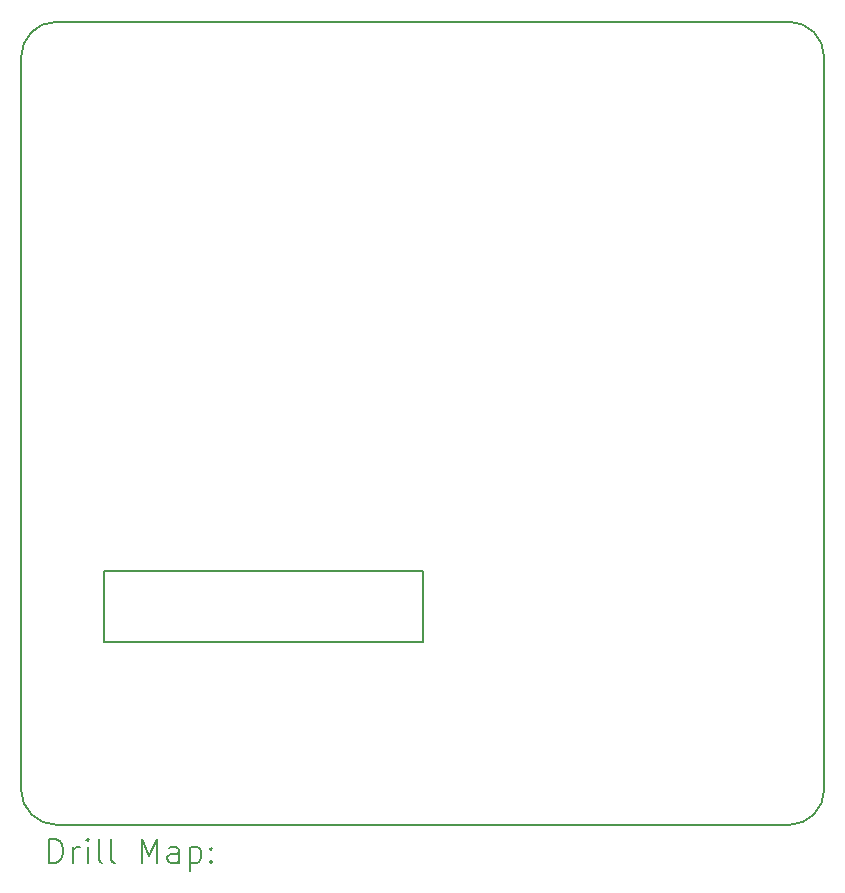
<source format=gbr>
%TF.GenerationSoftware,KiCad,Pcbnew,7.0.2-0*%
%TF.CreationDate,2023-12-02T21:39:20-08:00*%
%TF.ProjectId,RPi_interface,5250695f-696e-4746-9572-666163652e6b,1.0*%
%TF.SameCoordinates,Original*%
%TF.FileFunction,Drillmap*%
%TF.FilePolarity,Positive*%
%FSLAX45Y45*%
G04 Gerber Fmt 4.5, Leading zero omitted, Abs format (unit mm)*
G04 Created by KiCad (PCBNEW 7.0.2-0) date 2023-12-02 21:39:20*
%MOMM*%
%LPD*%
G01*
G04 APERTURE LIST*
%ADD10C,0.150000*%
%ADD11C,0.200000*%
G04 APERTURE END LIST*
D10*
X15500000Y-4500000D02*
X9300000Y-4500000D01*
X12400000Y-9750000D02*
X9700000Y-9750000D01*
X15500000Y-11300000D02*
X9300000Y-11300000D01*
X9300000Y-4500000D02*
G75*
G03*
X9000000Y-4800000I0J-300000D01*
G01*
X9000000Y-11000000D02*
G75*
G03*
X9300000Y-11300000I300000J0D01*
G01*
X15500000Y-11300000D02*
G75*
G03*
X15800000Y-11000000I0J300000D01*
G01*
X12400000Y-9150000D02*
X12400000Y-9750000D01*
X9000000Y-4800000D02*
X9000000Y-11000000D01*
X15800000Y-4800000D02*
G75*
G03*
X15500000Y-4500000I-300000J0D01*
G01*
X15800000Y-11000000D02*
X15800000Y-4800000D01*
X9700000Y-9150000D02*
X9700000Y-9750000D01*
X9700000Y-9150000D02*
X12400000Y-9150000D01*
D11*
X9240119Y-11620024D02*
X9240119Y-11420024D01*
X9240119Y-11420024D02*
X9287738Y-11420024D01*
X9287738Y-11420024D02*
X9316310Y-11429548D01*
X9316310Y-11429548D02*
X9335357Y-11448595D01*
X9335357Y-11448595D02*
X9344881Y-11467643D01*
X9344881Y-11467643D02*
X9354405Y-11505738D01*
X9354405Y-11505738D02*
X9354405Y-11534309D01*
X9354405Y-11534309D02*
X9344881Y-11572405D01*
X9344881Y-11572405D02*
X9335357Y-11591452D01*
X9335357Y-11591452D02*
X9316310Y-11610500D01*
X9316310Y-11610500D02*
X9287738Y-11620024D01*
X9287738Y-11620024D02*
X9240119Y-11620024D01*
X9440119Y-11620024D02*
X9440119Y-11486690D01*
X9440119Y-11524786D02*
X9449643Y-11505738D01*
X9449643Y-11505738D02*
X9459167Y-11496214D01*
X9459167Y-11496214D02*
X9478214Y-11486690D01*
X9478214Y-11486690D02*
X9497262Y-11486690D01*
X9563929Y-11620024D02*
X9563929Y-11486690D01*
X9563929Y-11420024D02*
X9554405Y-11429548D01*
X9554405Y-11429548D02*
X9563929Y-11439071D01*
X9563929Y-11439071D02*
X9573452Y-11429548D01*
X9573452Y-11429548D02*
X9563929Y-11420024D01*
X9563929Y-11420024D02*
X9563929Y-11439071D01*
X9687738Y-11620024D02*
X9668690Y-11610500D01*
X9668690Y-11610500D02*
X9659167Y-11591452D01*
X9659167Y-11591452D02*
X9659167Y-11420024D01*
X9792500Y-11620024D02*
X9773452Y-11610500D01*
X9773452Y-11610500D02*
X9763929Y-11591452D01*
X9763929Y-11591452D02*
X9763929Y-11420024D01*
X10021071Y-11620024D02*
X10021071Y-11420024D01*
X10021071Y-11420024D02*
X10087738Y-11562881D01*
X10087738Y-11562881D02*
X10154405Y-11420024D01*
X10154405Y-11420024D02*
X10154405Y-11620024D01*
X10335357Y-11620024D02*
X10335357Y-11515262D01*
X10335357Y-11515262D02*
X10325833Y-11496214D01*
X10325833Y-11496214D02*
X10306786Y-11486690D01*
X10306786Y-11486690D02*
X10268690Y-11486690D01*
X10268690Y-11486690D02*
X10249643Y-11496214D01*
X10335357Y-11610500D02*
X10316310Y-11620024D01*
X10316310Y-11620024D02*
X10268690Y-11620024D01*
X10268690Y-11620024D02*
X10249643Y-11610500D01*
X10249643Y-11610500D02*
X10240119Y-11591452D01*
X10240119Y-11591452D02*
X10240119Y-11572405D01*
X10240119Y-11572405D02*
X10249643Y-11553357D01*
X10249643Y-11553357D02*
X10268690Y-11543833D01*
X10268690Y-11543833D02*
X10316310Y-11543833D01*
X10316310Y-11543833D02*
X10335357Y-11534309D01*
X10430595Y-11486690D02*
X10430595Y-11686690D01*
X10430595Y-11496214D02*
X10449643Y-11486690D01*
X10449643Y-11486690D02*
X10487738Y-11486690D01*
X10487738Y-11486690D02*
X10506786Y-11496214D01*
X10506786Y-11496214D02*
X10516310Y-11505738D01*
X10516310Y-11505738D02*
X10525833Y-11524786D01*
X10525833Y-11524786D02*
X10525833Y-11581928D01*
X10525833Y-11581928D02*
X10516310Y-11600976D01*
X10516310Y-11600976D02*
X10506786Y-11610500D01*
X10506786Y-11610500D02*
X10487738Y-11620024D01*
X10487738Y-11620024D02*
X10449643Y-11620024D01*
X10449643Y-11620024D02*
X10430595Y-11610500D01*
X10611548Y-11600976D02*
X10621071Y-11610500D01*
X10621071Y-11610500D02*
X10611548Y-11620024D01*
X10611548Y-11620024D02*
X10602024Y-11610500D01*
X10602024Y-11610500D02*
X10611548Y-11600976D01*
X10611548Y-11600976D02*
X10611548Y-11620024D01*
X10611548Y-11496214D02*
X10621071Y-11505738D01*
X10621071Y-11505738D02*
X10611548Y-11515262D01*
X10611548Y-11515262D02*
X10602024Y-11505738D01*
X10602024Y-11505738D02*
X10611548Y-11496214D01*
X10611548Y-11496214D02*
X10611548Y-11515262D01*
M02*

</source>
